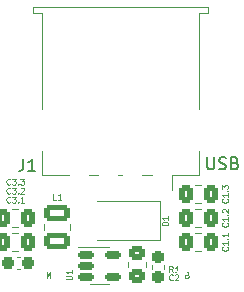
<source format=gbr>
%TF.GenerationSoftware,KiCad,Pcbnew,6.0.10-86aedd382b~118~ubuntu20.04.1*%
%TF.CreationDate,2023-02-01T16:29:48-05:00*%
%TF.ProjectId,Logitech Unifying 2242,4c6f6769-7465-4636-9820-556e69667969,A*%
%TF.SameCoordinates,Original*%
%TF.FileFunction,Legend,Top*%
%TF.FilePolarity,Positive*%
%FSLAX46Y46*%
G04 Gerber Fmt 4.6, Leading zero omitted, Abs format (unit mm)*
G04 Created by KiCad (PCBNEW 6.0.10-86aedd382b~118~ubuntu20.04.1) date 2023-02-01 16:29:48*
%MOMM*%
%LPD*%
G01*
G04 APERTURE LIST*
G04 Aperture macros list*
%AMRoundRect*
0 Rectangle with rounded corners*
0 $1 Rounding radius*
0 $2 $3 $4 $5 $6 $7 $8 $9 X,Y pos of 4 corners*
0 Add a 4 corners polygon primitive as box body*
4,1,4,$2,$3,$4,$5,$6,$7,$8,$9,$2,$3,0*
0 Add four circle primitives for the rounded corners*
1,1,$1+$1,$2,$3*
1,1,$1+$1,$4,$5*
1,1,$1+$1,$6,$7*
1,1,$1+$1,$8,$9*
0 Add four rect primitives between the rounded corners*
20,1,$1+$1,$2,$3,$4,$5,0*
20,1,$1+$1,$4,$5,$6,$7,0*
20,1,$1+$1,$6,$7,$8,$9,0*
20,1,$1+$1,$8,$9,$2,$3,0*%
G04 Aperture macros list end*
%ADD10C,0.150000*%
%ADD11C,0.100000*%
%ADD12C,0.120000*%
%ADD13RoundRect,0.010000X-0.175000X-1.250000X0.175000X-1.250000X0.175000X1.250000X-0.175000X1.250000X0*%
%ADD14C,5.500000*%
%ADD15RoundRect,0.150000X-0.512500X-0.150000X0.512500X-0.150000X0.512500X0.150000X-0.512500X0.150000X0*%
%ADD16RoundRect,0.237500X0.237500X-0.300000X0.237500X0.300000X-0.237500X0.300000X-0.237500X-0.300000X0*%
%ADD17C,3.000000*%
%ADD18R,1.250000X3.000000*%
%ADD19RoundRect,0.250000X0.337500X0.475000X-0.337500X0.475000X-0.337500X-0.475000X0.337500X-0.475000X0*%
%ADD20RoundRect,0.250001X-0.849999X0.462499X-0.849999X-0.462499X0.849999X-0.462499X0.849999X0.462499X0*%
%ADD21RoundRect,0.250000X-0.337500X-0.475000X0.337500X-0.475000X0.337500X0.475000X-0.337500X0.475000X0*%
%ADD22RoundRect,0.237500X0.300000X0.237500X-0.300000X0.237500X-0.300000X-0.237500X0.300000X-0.237500X0*%
%ADD23R,2.500000X1.800000*%
%ADD24RoundRect,0.250000X-0.450000X0.350000X-0.450000X-0.350000X0.450000X-0.350000X0.450000X0.350000X0*%
%ADD25C,0.800000*%
G04 APERTURE END LIST*
D10*
%TO.C,J1*%
X130366666Y-107452380D02*
X130366666Y-108166666D01*
X130319047Y-108309523D01*
X130223809Y-108404761D01*
X130080952Y-108452380D01*
X129985714Y-108452380D01*
X131366666Y-108452380D02*
X130795238Y-108452380D01*
X131080952Y-108452380D02*
X131080952Y-107452380D01*
X130985714Y-107595238D01*
X130890476Y-107690476D01*
X130795238Y-107738095D01*
D11*
X144235714Y-117264285D02*
X144307142Y-117288095D01*
X144330952Y-117311904D01*
X144354761Y-117359523D01*
X144354761Y-117430952D01*
X144330952Y-117478571D01*
X144307142Y-117502380D01*
X144259523Y-117526190D01*
X144069047Y-117526190D01*
X144069047Y-117026190D01*
X144235714Y-117026190D01*
X144283333Y-117050000D01*
X144307142Y-117073809D01*
X144330952Y-117121428D01*
X144330952Y-117169047D01*
X144307142Y-117216666D01*
X144283333Y-117240476D01*
X144235714Y-117264285D01*
X144069047Y-117264285D01*
X132333333Y-117526190D02*
X132333333Y-117026190D01*
X132500000Y-117383333D01*
X132666666Y-117026190D01*
X132666666Y-117526190D01*
%TO.C,U1*%
X133986190Y-117650952D02*
X134390952Y-117650952D01*
X134438571Y-117627142D01*
X134462380Y-117603333D01*
X134486190Y-117555714D01*
X134486190Y-117460476D01*
X134462380Y-117412857D01*
X134438571Y-117389047D01*
X134390952Y-117365238D01*
X133986190Y-117365238D01*
X134486190Y-116865238D02*
X134486190Y-117150952D01*
X134486190Y-117008095D02*
X133986190Y-117008095D01*
X134057619Y-117055714D01*
X134105238Y-117103333D01*
X134129047Y-117150952D01*
%TO.C,C2*%
X143016666Y-117678571D02*
X142992857Y-117702380D01*
X142921428Y-117726190D01*
X142873809Y-117726190D01*
X142802380Y-117702380D01*
X142754761Y-117654761D01*
X142730952Y-117607142D01*
X142707142Y-117511904D01*
X142707142Y-117440476D01*
X142730952Y-117345238D01*
X142754761Y-117297619D01*
X142802380Y-117250000D01*
X142873809Y-117226190D01*
X142921428Y-117226190D01*
X142992857Y-117250000D01*
X143016666Y-117273809D01*
X143207142Y-117273809D02*
X143230952Y-117250000D01*
X143278571Y-117226190D01*
X143397619Y-117226190D01*
X143445238Y-117250000D01*
X143469047Y-117273809D01*
X143492857Y-117321428D01*
X143492857Y-117369047D01*
X143469047Y-117440476D01*
X143183333Y-117726190D01*
X143492857Y-117726190D01*
D10*
%TO.C,USB*%
X145952095Y-107324380D02*
X145952095Y-108133904D01*
X145999714Y-108229142D01*
X146047333Y-108276761D01*
X146142571Y-108324380D01*
X146333047Y-108324380D01*
X146428285Y-108276761D01*
X146475904Y-108229142D01*
X146523523Y-108133904D01*
X146523523Y-107324380D01*
X146952095Y-108276761D02*
X147094952Y-108324380D01*
X147333047Y-108324380D01*
X147428285Y-108276761D01*
X147475904Y-108229142D01*
X147523523Y-108133904D01*
X147523523Y-108038666D01*
X147475904Y-107943428D01*
X147428285Y-107895809D01*
X147333047Y-107848190D01*
X147142571Y-107800571D01*
X147047333Y-107752952D01*
X146999714Y-107705333D01*
X146952095Y-107610095D01*
X146952095Y-107514857D01*
X146999714Y-107419619D01*
X147047333Y-107372000D01*
X147142571Y-107324380D01*
X147380666Y-107324380D01*
X147523523Y-107372000D01*
X148285428Y-107800571D02*
X148428285Y-107848190D01*
X148475904Y-107895809D01*
X148523523Y-107991047D01*
X148523523Y-108133904D01*
X148475904Y-108229142D01*
X148428285Y-108276761D01*
X148333047Y-108324380D01*
X147952095Y-108324380D01*
X147952095Y-107324380D01*
X148285428Y-107324380D01*
X148380666Y-107372000D01*
X148428285Y-107419619D01*
X148475904Y-107514857D01*
X148475904Y-107610095D01*
X148428285Y-107705333D01*
X148380666Y-107752952D01*
X148285428Y-107800571D01*
X147952095Y-107800571D01*
D11*
%TO.C,C3.3*%
X129247523Y-109574571D02*
X129223714Y-109598380D01*
X129152285Y-109622190D01*
X129104666Y-109622190D01*
X129033238Y-109598380D01*
X128985619Y-109550761D01*
X128961809Y-109503142D01*
X128938000Y-109407904D01*
X128938000Y-109336476D01*
X128961809Y-109241238D01*
X128985619Y-109193619D01*
X129033238Y-109146000D01*
X129104666Y-109122190D01*
X129152285Y-109122190D01*
X129223714Y-109146000D01*
X129247523Y-109169809D01*
X129414190Y-109122190D02*
X129723714Y-109122190D01*
X129557047Y-109312666D01*
X129628476Y-109312666D01*
X129676095Y-109336476D01*
X129699904Y-109360285D01*
X129723714Y-109407904D01*
X129723714Y-109526952D01*
X129699904Y-109574571D01*
X129676095Y-109598380D01*
X129628476Y-109622190D01*
X129485619Y-109622190D01*
X129438000Y-109598380D01*
X129414190Y-109574571D01*
X129938000Y-109574571D02*
X129961809Y-109598380D01*
X129938000Y-109622190D01*
X129914190Y-109598380D01*
X129938000Y-109574571D01*
X129938000Y-109622190D01*
X130128476Y-109122190D02*
X130438000Y-109122190D01*
X130271333Y-109312666D01*
X130342761Y-109312666D01*
X130390380Y-109336476D01*
X130414190Y-109360285D01*
X130438000Y-109407904D01*
X130438000Y-109526952D01*
X130414190Y-109574571D01*
X130390380Y-109598380D01*
X130342761Y-109622190D01*
X130199904Y-109622190D01*
X130152285Y-109598380D01*
X130128476Y-109574571D01*
%TO.C,L1*%
X133160666Y-110892190D02*
X132922571Y-110892190D01*
X132922571Y-110392190D01*
X133589238Y-110892190D02*
X133303523Y-110892190D01*
X133446380Y-110892190D02*
X133446380Y-110392190D01*
X133398761Y-110463619D01*
X133351142Y-110511238D01*
X133303523Y-110535047D01*
%TO.C,C1.2*%
X147646571Y-112884476D02*
X147670380Y-112908285D01*
X147694190Y-112979714D01*
X147694190Y-113027333D01*
X147670380Y-113098761D01*
X147622761Y-113146380D01*
X147575142Y-113170190D01*
X147479904Y-113194000D01*
X147408476Y-113194000D01*
X147313238Y-113170190D01*
X147265619Y-113146380D01*
X147218000Y-113098761D01*
X147194190Y-113027333D01*
X147194190Y-112979714D01*
X147218000Y-112908285D01*
X147241809Y-112884476D01*
X147694190Y-112408285D02*
X147694190Y-112694000D01*
X147694190Y-112551142D02*
X147194190Y-112551142D01*
X147265619Y-112598761D01*
X147313238Y-112646380D01*
X147337047Y-112694000D01*
X147646571Y-112194000D02*
X147670380Y-112170190D01*
X147694190Y-112194000D01*
X147670380Y-112217809D01*
X147646571Y-112194000D01*
X147694190Y-112194000D01*
X147241809Y-111979714D02*
X147218000Y-111955904D01*
X147194190Y-111908285D01*
X147194190Y-111789238D01*
X147218000Y-111741619D01*
X147241809Y-111717809D01*
X147289428Y-111694000D01*
X147337047Y-111694000D01*
X147408476Y-111717809D01*
X147694190Y-112003523D01*
X147694190Y-111694000D01*
%TO.C,C1.1*%
X147646571Y-114916476D02*
X147670380Y-114940285D01*
X147694190Y-115011714D01*
X147694190Y-115059333D01*
X147670380Y-115130761D01*
X147622761Y-115178380D01*
X147575142Y-115202190D01*
X147479904Y-115226000D01*
X147408476Y-115226000D01*
X147313238Y-115202190D01*
X147265619Y-115178380D01*
X147218000Y-115130761D01*
X147194190Y-115059333D01*
X147194190Y-115011714D01*
X147218000Y-114940285D01*
X147241809Y-114916476D01*
X147694190Y-114440285D02*
X147694190Y-114726000D01*
X147694190Y-114583142D02*
X147194190Y-114583142D01*
X147265619Y-114630761D01*
X147313238Y-114678380D01*
X147337047Y-114726000D01*
X147646571Y-114226000D02*
X147670380Y-114202190D01*
X147694190Y-114226000D01*
X147670380Y-114249809D01*
X147646571Y-114226000D01*
X147694190Y-114226000D01*
X147694190Y-113726000D02*
X147694190Y-114011714D01*
X147694190Y-113868857D02*
X147194190Y-113868857D01*
X147265619Y-113916476D01*
X147313238Y-113964095D01*
X147337047Y-114011714D01*
%TO.C,C3.1*%
X129247523Y-111098571D02*
X129223714Y-111122380D01*
X129152285Y-111146190D01*
X129104666Y-111146190D01*
X129033238Y-111122380D01*
X128985619Y-111074761D01*
X128961809Y-111027142D01*
X128938000Y-110931904D01*
X128938000Y-110860476D01*
X128961809Y-110765238D01*
X128985619Y-110717619D01*
X129033238Y-110670000D01*
X129104666Y-110646190D01*
X129152285Y-110646190D01*
X129223714Y-110670000D01*
X129247523Y-110693809D01*
X129414190Y-110646190D02*
X129723714Y-110646190D01*
X129557047Y-110836666D01*
X129628476Y-110836666D01*
X129676095Y-110860476D01*
X129699904Y-110884285D01*
X129723714Y-110931904D01*
X129723714Y-111050952D01*
X129699904Y-111098571D01*
X129676095Y-111122380D01*
X129628476Y-111146190D01*
X129485619Y-111146190D01*
X129438000Y-111122380D01*
X129414190Y-111098571D01*
X129938000Y-111098571D02*
X129961809Y-111122380D01*
X129938000Y-111146190D01*
X129914190Y-111122380D01*
X129938000Y-111098571D01*
X129938000Y-111146190D01*
X130438000Y-111146190D02*
X130152285Y-111146190D01*
X130295142Y-111146190D02*
X130295142Y-110646190D01*
X130247523Y-110717619D01*
X130199904Y-110765238D01*
X130152285Y-110789047D01*
%TO.C,C3.2*%
X129247523Y-110336571D02*
X129223714Y-110360380D01*
X129152285Y-110384190D01*
X129104666Y-110384190D01*
X129033238Y-110360380D01*
X128985619Y-110312761D01*
X128961809Y-110265142D01*
X128938000Y-110169904D01*
X128938000Y-110098476D01*
X128961809Y-110003238D01*
X128985619Y-109955619D01*
X129033238Y-109908000D01*
X129104666Y-109884190D01*
X129152285Y-109884190D01*
X129223714Y-109908000D01*
X129247523Y-109931809D01*
X129414190Y-109884190D02*
X129723714Y-109884190D01*
X129557047Y-110074666D01*
X129628476Y-110074666D01*
X129676095Y-110098476D01*
X129699904Y-110122285D01*
X129723714Y-110169904D01*
X129723714Y-110288952D01*
X129699904Y-110336571D01*
X129676095Y-110360380D01*
X129628476Y-110384190D01*
X129485619Y-110384190D01*
X129438000Y-110360380D01*
X129414190Y-110336571D01*
X129938000Y-110336571D02*
X129961809Y-110360380D01*
X129938000Y-110384190D01*
X129914190Y-110360380D01*
X129938000Y-110336571D01*
X129938000Y-110384190D01*
X130152285Y-109931809D02*
X130176095Y-109908000D01*
X130223714Y-109884190D01*
X130342761Y-109884190D01*
X130390380Y-109908000D01*
X130414190Y-109931809D01*
X130438000Y-109979428D01*
X130438000Y-110027047D01*
X130414190Y-110098476D01*
X130128476Y-110384190D01*
X130438000Y-110384190D01*
%TO.C,D1*%
X142614190Y-113067047D02*
X142114190Y-113067047D01*
X142114190Y-112948000D01*
X142138000Y-112876571D01*
X142185619Y-112828952D01*
X142233238Y-112805142D01*
X142328476Y-112781333D01*
X142399904Y-112781333D01*
X142495142Y-112805142D01*
X142542761Y-112828952D01*
X142590380Y-112876571D01*
X142614190Y-112948000D01*
X142614190Y-113067047D01*
X142614190Y-112305142D02*
X142614190Y-112590857D01*
X142614190Y-112448000D02*
X142114190Y-112448000D01*
X142185619Y-112495619D01*
X142233238Y-112543238D01*
X142257047Y-112590857D01*
%TO.C,R1*%
X143016666Y-117026190D02*
X142850000Y-116788095D01*
X142730952Y-117026190D02*
X142730952Y-116526190D01*
X142921428Y-116526190D01*
X142969047Y-116550000D01*
X142992857Y-116573809D01*
X143016666Y-116621428D01*
X143016666Y-116692857D01*
X142992857Y-116740476D01*
X142969047Y-116764285D01*
X142921428Y-116788095D01*
X142730952Y-116788095D01*
X143492857Y-117026190D02*
X143207142Y-117026190D01*
X143350000Y-117026190D02*
X143350000Y-116526190D01*
X143302380Y-116597619D01*
X143254761Y-116645238D01*
X143207142Y-116669047D01*
%TO.C,C1.3*%
X147646571Y-110852476D02*
X147670380Y-110876285D01*
X147694190Y-110947714D01*
X147694190Y-110995333D01*
X147670380Y-111066761D01*
X147622761Y-111114380D01*
X147575142Y-111138190D01*
X147479904Y-111162000D01*
X147408476Y-111162000D01*
X147313238Y-111138190D01*
X147265619Y-111114380D01*
X147218000Y-111066761D01*
X147194190Y-110995333D01*
X147194190Y-110947714D01*
X147218000Y-110876285D01*
X147241809Y-110852476D01*
X147694190Y-110376285D02*
X147694190Y-110662000D01*
X147694190Y-110519142D02*
X147194190Y-110519142D01*
X147265619Y-110566761D01*
X147313238Y-110614380D01*
X147337047Y-110662000D01*
X147646571Y-110162000D02*
X147670380Y-110138190D01*
X147694190Y-110162000D01*
X147670380Y-110185809D01*
X147646571Y-110162000D01*
X147694190Y-110162000D01*
X147194190Y-109971523D02*
X147194190Y-109662000D01*
X147384666Y-109828666D01*
X147384666Y-109757238D01*
X147408476Y-109709619D01*
X147432285Y-109685809D01*
X147479904Y-109662000D01*
X147598952Y-109662000D01*
X147646571Y-109685809D01*
X147670380Y-109709619D01*
X147694190Y-109757238D01*
X147694190Y-109900095D01*
X147670380Y-109947714D01*
X147646571Y-109971523D01*
D12*
%TO.C,U1*%
X136800000Y-114948000D02*
X135000000Y-114948000D01*
X136800000Y-118068000D02*
X136000000Y-118068000D01*
X136800000Y-114948000D02*
X137600000Y-114948000D01*
X136800000Y-118068000D02*
X137600000Y-118068000D01*
%TO.C,C2*%
X141290000Y-116746267D02*
X141290000Y-116453733D01*
X142310000Y-116746267D02*
X142310000Y-116453733D01*
%TO.C,USB*%
X138748000Y-108804000D02*
X138408000Y-108804000D01*
X146008000Y-94594000D02*
X131148000Y-94594000D01*
X134228000Y-108814000D02*
X131918000Y-108814000D01*
X141248000Y-108804000D02*
X140428000Y-108804000D01*
X131148000Y-94594000D02*
X131148000Y-95114000D01*
X136728000Y-108804000D02*
X135908000Y-108804000D01*
X146008000Y-95114000D02*
X146008000Y-94594000D01*
X131148000Y-95114000D02*
X131918000Y-95114000D01*
X145238000Y-95114000D02*
X145238000Y-103224000D01*
X131918000Y-103224000D02*
X131918000Y-95114000D01*
X145238000Y-95114000D02*
X146008000Y-95114000D01*
X145238000Y-108814000D02*
X145238000Y-106744000D01*
X142928000Y-110104000D02*
X142928000Y-108814000D01*
X145238000Y-108814000D02*
X142928000Y-108814000D01*
X131918000Y-108814000D02*
X131918000Y-106744000D01*
%TO.C,C3.3*%
X129949252Y-111709000D02*
X129426748Y-111709000D01*
X129949252Y-113179000D02*
X129426748Y-113179000D01*
%TO.C,L1*%
X132134000Y-112944748D02*
X132134000Y-113467252D01*
X134354000Y-112944748D02*
X134354000Y-113467252D01*
%TO.C,C1.2*%
X144920748Y-113179000D02*
X145443252Y-113179000D01*
X144920748Y-111709000D02*
X145443252Y-111709000D01*
%TO.C,C1.1*%
X144920748Y-115211000D02*
X145443252Y-115211000D01*
X144920748Y-113741000D02*
X145443252Y-113741000D01*
%TO.C,C3.1*%
X130088267Y-115744000D02*
X129795733Y-115744000D01*
X130088267Y-116764000D02*
X129795733Y-116764000D01*
%TO.C,C3.2*%
X129949252Y-115211000D02*
X129426748Y-115211000D01*
X129949252Y-113741000D02*
X129426748Y-113741000D01*
%TO.C,D1*%
X141978000Y-114348000D02*
X136578000Y-114348000D01*
X141978000Y-111048000D02*
X136578000Y-111048000D01*
X141978000Y-114348000D02*
X141978000Y-111048000D01*
%TO.C,R1*%
X139265000Y-116172936D02*
X139265000Y-116627064D01*
X140735000Y-116172936D02*
X140735000Y-116627064D01*
%TO.C,C1.3*%
X144920748Y-111147000D02*
X145443252Y-111147000D01*
X144920748Y-109677000D02*
X145443252Y-109677000D01*
%TD*%
%LPC*%
D13*
%TO.C,J1*%
X147850000Y-119950000D03*
D14*
X138600000Y-79200000D03*
D13*
X147350000Y-119950000D03*
X146850000Y-119950000D03*
X146350000Y-119950000D03*
X145850000Y-119950000D03*
X145350000Y-119950000D03*
X142850000Y-119950000D03*
X142350000Y-119950000D03*
X141850000Y-119950000D03*
X141350000Y-119950000D03*
X140850000Y-119950000D03*
X140350000Y-119950000D03*
X139850000Y-119950000D03*
X139350000Y-119950000D03*
X138850000Y-119950000D03*
X138350000Y-119950000D03*
X137850000Y-119950000D03*
X137350000Y-119950000D03*
X136850000Y-119950000D03*
X136350000Y-119950000D03*
X135850000Y-119950000D03*
X135350000Y-119950000D03*
X134850000Y-119950000D03*
X134350000Y-119950000D03*
X133850000Y-119950000D03*
X131350000Y-119950000D03*
X130850000Y-119950000D03*
X130350000Y-119950000D03*
X129850000Y-119950000D03*
X129350000Y-119950000D03*
%TD*%
D15*
%TO.C,U1*%
X137937500Y-115558000D03*
X137937500Y-117458000D03*
X135662500Y-117458000D03*
X135662500Y-116508000D03*
X135662500Y-115558000D03*
%TD*%
D16*
%TO.C,C2*%
X141800000Y-115737500D03*
X141800000Y-117462500D03*
%TD*%
D17*
%TO.C,USB*%
X145148000Y-104984000D03*
X132008000Y-104984000D03*
D18*
X135078000Y-108664000D03*
X137578000Y-108664000D03*
X139578000Y-108664000D03*
X142078000Y-108664000D03*
%TD*%
D19*
%TO.C,C3.3*%
X128650500Y-112444000D03*
X130725500Y-112444000D03*
%TD*%
D20*
%TO.C,L1*%
X133244000Y-114368500D03*
X133244000Y-112043500D03*
%TD*%
D21*
%TO.C,C1.2*%
X146219500Y-112444000D03*
X144144500Y-112444000D03*
%TD*%
%TO.C,C1.1*%
X146219500Y-114476000D03*
X144144500Y-114476000D03*
%TD*%
D22*
%TO.C,C3.1*%
X129079500Y-116254000D03*
X130804500Y-116254000D03*
%TD*%
D19*
%TO.C,C3.2*%
X128650500Y-114476000D03*
X130725500Y-114476000D03*
%TD*%
D23*
%TO.C,D1*%
X136578000Y-112698000D03*
X140578000Y-112698000D03*
%TD*%
D24*
%TO.C,R1*%
X140000000Y-117400000D03*
X140000000Y-115400000D03*
%TD*%
D21*
%TO.C,C1.3*%
X146219500Y-110412000D03*
X144144500Y-110412000D03*
%TD*%
D25*
X128600000Y-110600000D03*
X133400000Y-117400000D03*
X146100000Y-116000000D03*
X146300000Y-108900000D03*
X143800000Y-117024500D03*
X147700000Y-117200000D03*
X133500000Y-109700000D03*
X130100000Y-117500000D03*
X132700000Y-116300000D03*
M02*

</source>
